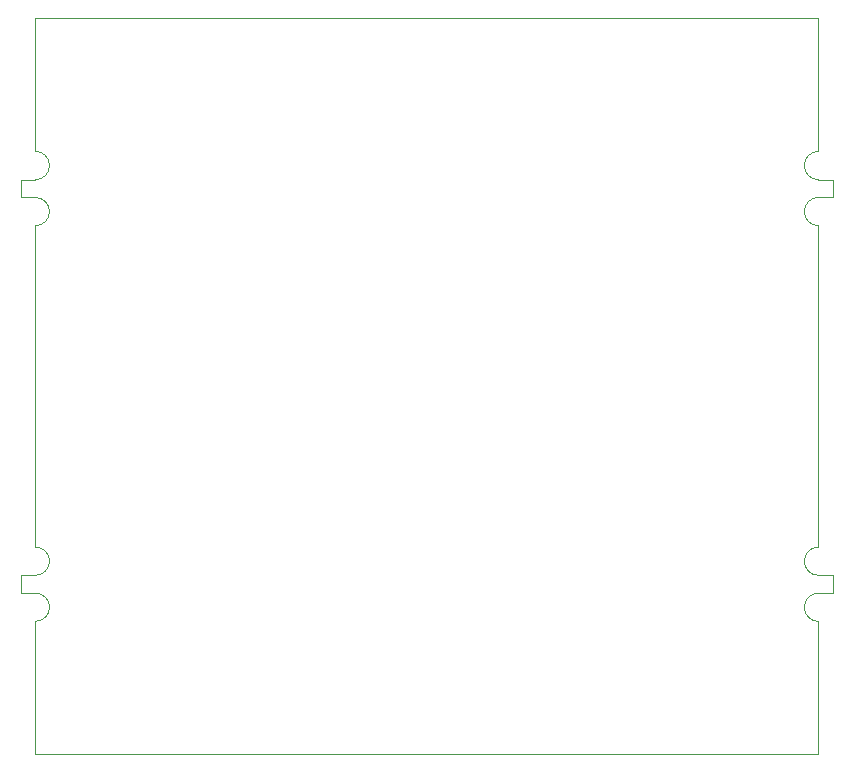
<source format=gm1>
G04 #@! TF.GenerationSoftware,KiCad,Pcbnew,8.0.8*
G04 #@! TF.CreationDate,2025-02-19T14:03:04-05:00*
G04 #@! TF.ProjectId,plot_gerbers,706c6f74-5f67-4657-9262-6572732e6b69,rev?*
G04 #@! TF.SameCoordinates,Original*
G04 #@! TF.FileFunction,Profile,NP*
%FSLAX46Y46*%
G04 Gerber Fmt 4.6, Leading zero omitted, Abs format (unit mm)*
G04 Created by KiCad (PCBNEW 8.0.8) date 2025-02-19 14:03:04*
%MOMM*%
%LPD*%
G01*
G04 APERTURE LIST*
G04 #@! TA.AperFunction,Profile*
%ADD10C,0.050000*%
G04 #@! TD*
G04 APERTURE END LIST*
D10*
X180740000Y-86530000D02*
G75*
G02*
X179540000Y-85330000I0J1200000D01*
G01*
X114440000Y-120030000D02*
X113190000Y-120030000D01*
X115640000Y-85330000D02*
G75*
G02*
X114440000Y-86530000I-1200099J99D01*
G01*
X179540000Y-118830000D02*
G75*
G02*
X180740000Y-117630000I1200100J-100D01*
G01*
X114440000Y-84130000D02*
G75*
G02*
X115640000Y-85330000I0J-1200000D01*
G01*
X179540000Y-122730000D02*
G75*
G02*
X180740000Y-121530000I1200100J-100D01*
G01*
X180740000Y-121530000D02*
X181990000Y-121530000D01*
X180740000Y-135180000D02*
X180740000Y-123930000D01*
X114440000Y-121530000D02*
G75*
G02*
X115640000Y-122730000I0J-1200000D01*
G01*
X180740000Y-88030000D02*
X181990000Y-88030000D01*
X181990000Y-86530000D02*
X181990000Y-88030000D01*
X114440000Y-88030000D02*
X113190000Y-88030000D01*
X115640000Y-118830000D02*
G75*
G02*
X114440000Y-120030000I-1200099J99D01*
G01*
X180740000Y-120030000D02*
G75*
G02*
X179540000Y-118830000I0J1200000D01*
G01*
X179540000Y-85330000D02*
G75*
G02*
X180740000Y-84130000I1200100J-100D01*
G01*
X180740000Y-84130000D02*
X180740000Y-72880000D01*
X114440000Y-86530000D02*
X113190000Y-86530000D01*
X114440000Y-117630000D02*
G75*
G02*
X115640000Y-118830000I0J-1200000D01*
G01*
X114440000Y-72880000D02*
X114440000Y-84130000D01*
X114440000Y-135180000D02*
X180740000Y-135180000D01*
X114440000Y-123930000D02*
X114440000Y-135180000D01*
X180740000Y-123930000D02*
G75*
G02*
X179540000Y-122730000I0J1200000D01*
G01*
X179540000Y-89230000D02*
G75*
G02*
X180740000Y-88030000I1200100J-100D01*
G01*
X115640000Y-122730000D02*
G75*
G02*
X114440000Y-123930000I-1200099J99D01*
G01*
X180740000Y-86530000D02*
X181990000Y-86530000D01*
X113190000Y-88030000D02*
X113190000Y-86530000D01*
X114440000Y-121530000D02*
X113190000Y-121530000D01*
X181990000Y-120030000D02*
X181990000Y-121530000D01*
X180740000Y-117630000D02*
X180740000Y-90430000D01*
X114440000Y-72880000D02*
X180740000Y-72880000D01*
X180740000Y-120030000D02*
X181990000Y-120030000D01*
X114440000Y-88030000D02*
G75*
G02*
X115640000Y-89230000I0J-1200000D01*
G01*
X115640000Y-89230000D02*
G75*
G02*
X114440000Y-90430000I-1200099J99D01*
G01*
X114440000Y-90430000D02*
X114440000Y-117630000D01*
X180740000Y-90430000D02*
G75*
G02*
X179540000Y-89230000I0J1200000D01*
G01*
X113190000Y-121530000D02*
X113190000Y-120030000D01*
M02*

</source>
